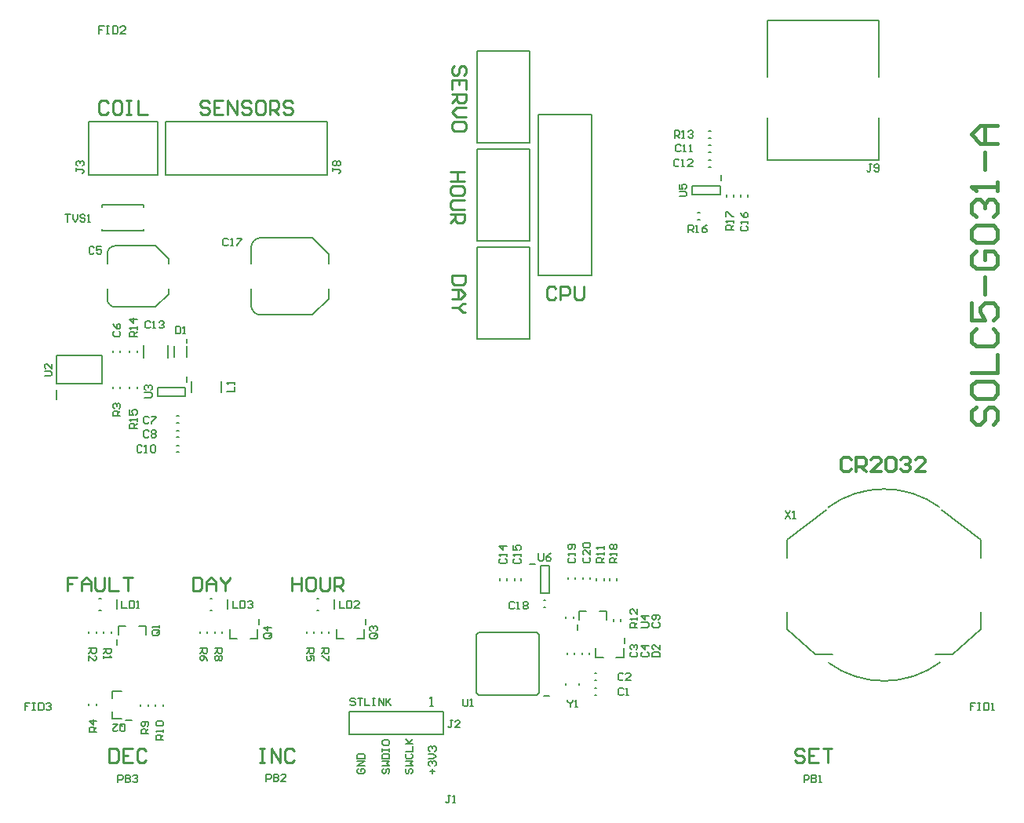
<source format=gto>
G04*
G04 #@! TF.GenerationSoftware,Altium Limited,Altium Designer,20.1.12 (249)*
G04*
G04 Layer_Color=15132400*
%FSLAX25Y25*%
%MOIN*%
G70*
G04*
G04 #@! TF.SameCoordinates,A01A24DB-8456-4819-8E0F-2EBA4B08BD15*
G04*
G04*
G04 #@! TF.FilePolarity,Positive*
G04*
G01*
G75*
%ADD10C,0.00787*%
%ADD11C,0.01181*%
%ADD12C,0.01772*%
%ADD13C,0.00591*%
%ADD14C,0.00984*%
D10*
X399908Y140988D02*
G03*
X352593Y140801I-23530J-32366D01*
G01*
X352848Y74760D02*
G03*
X400162Y74947I23530J32366D01*
G01*
X49789Y251969D02*
G03*
X46457Y248636I0J-3332D01*
G01*
X46457Y229317D02*
G03*
X49789Y225984I3332J0D01*
G01*
X107480Y226772D02*
G03*
X111683Y222569I4203J0D01*
G01*
Y255384D02*
G03*
X107480Y251181I0J-4203D01*
G01*
X229528Y239370D02*
Y307874D01*
X252166D01*
Y239370D02*
Y307874D01*
X229528Y239370D02*
X252166D01*
X204331Y87795D02*
X228740D01*
X229921Y86614D01*
X203150Y62205D02*
X204331Y61024D01*
X228740D01*
X203150Y62205D02*
Y86614D01*
X229921Y62205D02*
Y86614D01*
X203150D02*
X204331Y87795D01*
X228740Y61024D02*
X229921Y62205D01*
X231889Y60827D02*
X234251D01*
X297244Y262992D02*
X298031D01*
X297244Y266141D02*
X298031D01*
X374016Y323622D02*
Y347638D01*
Y288543D02*
Y306299D01*
X326772Y288543D02*
Y306299D01*
Y288543D02*
X374016D01*
X326772Y323622D02*
Y347638D01*
X374016D01*
X335173Y126982D02*
X352004Y139862D01*
X400826Y139805D02*
X417583Y126982D01*
X398091Y78441D02*
X405610Y78445D01*
X417583Y89035D01*
Y96299D01*
Y119449D02*
Y126982D01*
X335173Y119449D02*
Y126976D01*
Y89035D02*
Y96299D01*
Y89035D02*
X347146Y78445D01*
X354665Y78441D01*
X149292Y54134D02*
X189292D01*
X149292Y44291D02*
X189292D01*
Y54134D01*
X149292Y44291D02*
Y54134D01*
X225787Y116732D02*
X228150D01*
X230512Y116142D02*
X234055D01*
X230512Y104331D02*
X234055D01*
X230512D02*
Y116142D01*
X234055Y104331D02*
Y116142D01*
X51969Y191338D02*
Y192126D01*
X48819Y191338D02*
Y192126D01*
X51870Y206693D02*
Y207480D01*
X48918Y206693D02*
Y207480D01*
X59055Y191339D02*
Y192126D01*
X55905Y191339D02*
Y192126D01*
X59055Y206693D02*
Y207481D01*
X55905Y206693D02*
Y207481D01*
X75984Y170571D02*
X76772D01*
X75984Y173524D02*
X76772D01*
X75984Y164272D02*
X76772D01*
X75984Y167225D02*
X76772D01*
X75984Y179823D02*
X76772D01*
X75984Y176870D02*
X76772D01*
X75001Y204724D02*
Y209449D01*
X80119Y204724D02*
Y209449D01*
X80315Y210630D02*
Y212402D01*
X94882Y189764D02*
Y194489D01*
X82284Y189764D02*
Y194488D01*
X48425Y59646D02*
Y62795D01*
X52362D01*
X48425Y50984D02*
Y54134D01*
Y50984D02*
X52362D01*
X54331Y50394D02*
X56693D01*
X24804Y186752D02*
Y190689D01*
X24961Y193350D02*
X44331D01*
X24961Y205350D02*
X44331D01*
X24961Y193350D02*
Y205350D01*
X44331Y193350D02*
Y205350D01*
X72047Y204331D02*
Y209842D01*
X61811Y204331D02*
Y209842D01*
X80118Y194094D02*
Y196457D01*
X79527Y188189D02*
Y191732D01*
X67716Y188189D02*
Y191732D01*
X79527D01*
X67716Y188189D02*
X79527D01*
X70078Y56299D02*
Y57087D01*
X66929Y56299D02*
Y57087D01*
X60630Y56299D02*
Y57086D01*
X63780Y56299D02*
Y57086D01*
X41732Y56693D02*
Y57481D01*
X38582Y56693D02*
Y57481D01*
X231890Y98523D02*
X232677D01*
X231890Y101476D02*
X232677D01*
X262992Y109843D02*
Y110630D01*
X259842Y109843D02*
Y110630D01*
X251476Y110236D02*
Y111024D01*
X248523Y110236D02*
Y111024D01*
X245177Y110236D02*
Y111024D01*
X242224Y110236D02*
Y111024D01*
X222342Y109843D02*
Y110630D01*
X219389Y109843D02*
Y110630D01*
X216043Y109843D02*
Y110630D01*
X213090Y109843D02*
Y110630D01*
X246260Y88583D02*
Y90945D01*
X246850Y92913D02*
Y96850D01*
X250000D01*
X258661Y92913D02*
Y96850D01*
X255512D02*
X258661D01*
X241339Y93701D02*
Y94488D01*
X244489Y93701D02*
Y94488D01*
X257480Y109843D02*
Y110630D01*
X254330Y109843D02*
Y110630D01*
X261516Y92519D02*
Y93307D01*
X264469Y92519D02*
Y93307D01*
X253937Y77165D02*
X257087D01*
X253937D02*
Y81102D01*
X262599Y77165D02*
X265748D01*
Y81102D01*
X266339Y83071D02*
Y85433D01*
X241831Y78346D02*
Y79134D01*
X244784Y78346D02*
Y79134D01*
X248130Y78346D02*
Y79134D01*
X251083Y78346D02*
Y79134D01*
X253543Y70374D02*
X254330D01*
X253543Y67421D02*
X254330D01*
X253543Y64074D02*
X254330D01*
X253543Y61122D02*
X254330D01*
X241339Y65354D02*
Y66142D01*
X246850Y65354D02*
Y66142D01*
X42914Y97146D02*
X43701D01*
X42914Y102067D02*
X43701D01*
X50394Y97638D02*
Y101575D01*
X90158Y97145D02*
X90945D01*
X90158Y102067D02*
X90945D01*
X97638Y97638D02*
Y101575D01*
X135433Y97146D02*
X136221D01*
X135433Y102067D02*
X136221D01*
X142913Y97638D02*
Y101575D01*
X38583Y87401D02*
Y88189D01*
X41733Y87401D02*
Y88189D01*
X44882Y87401D02*
Y88189D01*
X48032Y87401D02*
Y88189D01*
X59842Y90551D02*
X62992D01*
Y86614D02*
Y90551D01*
X51181D02*
X54331D01*
X51181Y86614D02*
Y90551D01*
X50591Y82284D02*
Y84646D01*
X92126Y87401D02*
Y88189D01*
X95276Y87401D02*
Y88189D01*
X85827Y87401D02*
Y88189D01*
X88977Y87401D02*
Y88189D01*
X98425Y85039D02*
X101575D01*
X98425D02*
Y88976D01*
X107087Y85039D02*
X110236D01*
Y88976D01*
X110827Y90945D02*
Y93307D01*
X137402Y87401D02*
Y88189D01*
X140551Y87401D02*
Y88189D01*
X131103Y87401D02*
Y88189D01*
X134252Y87401D02*
Y88189D01*
X143701Y85039D02*
X146851D01*
X143701D02*
Y88976D01*
X152362Y85039D02*
X155512D01*
Y88976D01*
X156102Y90945D02*
Y93307D01*
X72441Y244291D02*
Y246457D01*
X66929Y251969D02*
X72441Y246457D01*
X66929Y225984D02*
X72441Y231496D01*
Y233858D01*
X49789Y251969D02*
X66929D01*
X46457Y244291D02*
Y248636D01*
X46457Y229317D02*
Y233661D01*
X49789Y225984D02*
X66929D01*
X71260Y282086D02*
Y304724D01*
Y282086D02*
X139764D01*
Y304724D01*
X71260D02*
X139764D01*
X140551Y244291D02*
Y248425D01*
X133592Y255384D02*
X140551Y248425D01*
X133592Y222569D02*
X140551Y229528D01*
Y233661D01*
X111683Y222569D02*
X133592D01*
X107480Y226772D02*
Y233661D01*
X111683Y255384D02*
X133592D01*
X107480Y244291D02*
Y251181D01*
X38583Y282086D02*
Y304724D01*
Y282086D02*
X67716D01*
Y304724D01*
X38583D02*
X67716D01*
X62008Y258268D02*
Y259055D01*
X44291Y258268D02*
Y259055D01*
X62008Y268504D02*
Y269291D01*
X44291Y268504D02*
Y269291D01*
Y258268D02*
X62008D01*
X44291Y269291D02*
X62008D01*
X309548Y272834D02*
Y273622D01*
X312500Y272834D02*
Y273622D01*
X315355Y272834D02*
Y273622D01*
X318504Y272834D02*
Y273622D01*
X301969Y297638D02*
X302756D01*
X301969Y300788D02*
X302756D01*
X301969Y291831D02*
X302756D01*
X301969Y294784D02*
X302756D01*
X301969Y285532D02*
X302756D01*
X301969Y288485D02*
X302756D01*
X294882Y273819D02*
X306693D01*
X294882Y277362D02*
X306693D01*
X294882Y273819D02*
Y277362D01*
X306693Y273819D02*
Y277362D01*
X307283Y279724D02*
Y282086D01*
X225984Y212401D02*
Y251378D01*
X203346Y212401D02*
X225984D01*
X203346D02*
Y251378D01*
X225984D01*
X225984Y254134D02*
Y293110D01*
X203346Y254134D02*
X225984D01*
X203346D02*
Y293110D01*
X225984D01*
X203346Y334842D02*
X225984D01*
X203346Y295866D02*
Y334842D01*
Y295866D02*
X225984D01*
Y334842D01*
D11*
X362466Y161153D02*
X361416Y162203D01*
X359317D01*
X358268Y161153D01*
Y156955D01*
X359317Y155905D01*
X361416D01*
X362466Y156955D01*
X364565Y155905D02*
Y162203D01*
X367713D01*
X368763Y161153D01*
Y159054D01*
X367713Y158005D01*
X364565D01*
X366664D02*
X368763Y155905D01*
X375060D02*
X370862D01*
X375060Y160104D01*
Y161153D01*
X374011Y162203D01*
X371912D01*
X370862Y161153D01*
X377159D02*
X378209Y162203D01*
X380308D01*
X381357Y161153D01*
Y156955D01*
X380308Y155905D01*
X378209D01*
X377159Y156955D01*
Y161153D01*
X383456D02*
X384506Y162203D01*
X386605D01*
X387654Y161153D01*
Y160104D01*
X386605Y159054D01*
X385556D01*
X386605D01*
X387654Y158005D01*
Y156955D01*
X386605Y155905D01*
X384506D01*
X383456Y156955D01*
X393952Y155905D02*
X389754D01*
X393952Y160104D01*
Y161153D01*
X392902Y162203D01*
X390803D01*
X389754Y161153D01*
D12*
X415423Y183528D02*
X413586Y181691D01*
Y178018D01*
X415423Y176181D01*
X417260D01*
X419096Y178018D01*
Y181691D01*
X420933Y183528D01*
X422770D01*
X424606Y181691D01*
Y178018D01*
X422770Y176181D01*
X413586Y192711D02*
Y189038D01*
X415423Y187201D01*
X422770D01*
X424606Y189038D01*
Y192711D01*
X422770Y194548D01*
X415423D01*
X413586Y192711D01*
Y198221D02*
X424606D01*
Y205568D01*
X415423Y216588D02*
X413586Y214751D01*
Y211078D01*
X415423Y209241D01*
X422770D01*
X424606Y211078D01*
Y214751D01*
X422770Y216588D01*
X413586Y227608D02*
Y220261D01*
X419096D01*
X417260Y223935D01*
Y225771D01*
X419096Y227608D01*
X422770D01*
X424606Y225771D01*
Y222098D01*
X422770Y220261D01*
X419096Y231281D02*
Y238628D01*
X415423Y249648D02*
X413586Y247812D01*
Y244138D01*
X415423Y242302D01*
X422770D01*
X424606Y244138D01*
Y247812D01*
X422770Y249648D01*
X419096D01*
Y245975D01*
X415423Y253322D02*
X413586Y255158D01*
Y258832D01*
X415423Y260668D01*
X422770D01*
X424606Y258832D01*
Y255158D01*
X422770Y253322D01*
X415423D01*
Y264342D02*
X413586Y266178D01*
Y269852D01*
X415423Y271688D01*
X417260D01*
X419096Y269852D01*
Y268015D01*
Y269852D01*
X420933Y271688D01*
X422770D01*
X424606Y269852D01*
Y266178D01*
X422770Y264342D01*
X424606Y275362D02*
Y279035D01*
Y277198D01*
X413586D01*
X415423Y275362D01*
X419096Y284545D02*
Y291892D01*
X424606Y295565D02*
X417260D01*
X413586Y299238D01*
X417260Y302912D01*
X424606D01*
X419096D01*
Y295565D01*
D13*
X153085Y29855D02*
X152560Y29330D01*
Y28281D01*
X153085Y27756D01*
X155184D01*
X155709Y28281D01*
Y29330D01*
X155184Y29855D01*
X154134D01*
Y28805D01*
X155709Y30904D02*
X152560D01*
X155709Y33004D01*
X152560D01*
Y34053D02*
X155709D01*
Y35627D01*
X155184Y36152D01*
X153085D01*
X152560Y35627D01*
Y34053D01*
X184449Y27756D02*
Y29855D01*
X183400Y28805D02*
X185499D01*
X183400Y30904D02*
X182875Y31429D01*
Y32479D01*
X183400Y33004D01*
X183925D01*
X184449Y32479D01*
Y31954D01*
Y32479D01*
X184974Y33004D01*
X185499D01*
X186024Y32479D01*
Y31429D01*
X185499Y30904D01*
X182875Y34053D02*
X184974D01*
X186024Y35103D01*
X184974Y36152D01*
X182875D01*
X183400Y37202D02*
X182875Y37726D01*
Y38776D01*
X183400Y39301D01*
X183925D01*
X184449Y38776D01*
Y38251D01*
Y38776D01*
X184974Y39301D01*
X185499D01*
X186024Y38776D01*
Y37726D01*
X185499Y37202D01*
X173557Y29855D02*
X173032Y29330D01*
Y28281D01*
X173557Y27756D01*
X174082D01*
X174607Y28281D01*
Y29330D01*
X175132Y29855D01*
X175656D01*
X176181Y29330D01*
Y28281D01*
X175656Y27756D01*
X173032Y30904D02*
X176181D01*
X175132Y31954D01*
X176181Y33004D01*
X173032D01*
X173557Y36152D02*
X173032Y35627D01*
Y34578D01*
X173557Y34053D01*
X175656D01*
X176181Y34578D01*
Y35627D01*
X175656Y36152D01*
X173032Y37202D02*
X176181D01*
Y39301D01*
X173032Y40350D02*
X176181D01*
X175132D01*
X173032Y42449D01*
X174607Y40875D01*
X176181Y42449D01*
X163715Y29855D02*
X163190Y29330D01*
Y28281D01*
X163715Y27756D01*
X164240D01*
X164764Y28281D01*
Y29330D01*
X165289Y29855D01*
X165814D01*
X166339Y29330D01*
Y28281D01*
X165814Y27756D01*
X163190Y30904D02*
X166339D01*
X165289Y31954D01*
X166339Y33004D01*
X163190D01*
Y34053D02*
X166339D01*
Y35627D01*
X165814Y36152D01*
X163715D01*
X163190Y35627D01*
Y34053D01*
Y37202D02*
Y38251D01*
Y37726D01*
X166339D01*
Y37202D01*
Y38251D01*
X163190Y41400D02*
Y40350D01*
X163715Y39825D01*
X165814D01*
X166339Y40350D01*
Y41400D01*
X165814Y41925D01*
X163715D01*
X163190Y41400D01*
X183465Y56299D02*
X184776D01*
X184121D01*
Y60235D01*
X183465Y59579D01*
X219423Y100262D02*
X218898Y100787D01*
X217849D01*
X217324Y100262D01*
Y98163D01*
X217849Y97638D01*
X218898D01*
X219423Y98163D01*
X220473Y97638D02*
X221522D01*
X220998D01*
Y100787D01*
X220473Y100262D01*
X223096D02*
X223621Y100787D01*
X224671D01*
X225196Y100262D01*
Y99737D01*
X224671Y99213D01*
X225196Y98688D01*
Y98163D01*
X224671Y97638D01*
X223621D01*
X223096Y98163D01*
Y98688D01*
X223621Y99213D01*
X223096Y99737D01*
Y100262D01*
X223621Y99213D02*
X224671D01*
X289305Y288254D02*
X288780Y288779D01*
X287731D01*
X287206Y288254D01*
Y286155D01*
X287731Y285630D01*
X288780D01*
X289305Y286155D01*
X290355Y285630D02*
X291404D01*
X290879D01*
Y288779D01*
X290355Y288254D01*
X295077Y285630D02*
X292978D01*
X295077Y287730D01*
Y288254D01*
X294553Y288779D01*
X293503D01*
X292978Y288254D01*
X197507Y59448D02*
Y56824D01*
X198032Y56300D01*
X199082D01*
X199606Y56824D01*
Y59448D01*
X200656Y56300D02*
X201705D01*
X201181D01*
Y59448D01*
X200656Y58924D01*
X262992Y117324D02*
X259843D01*
Y118898D01*
X260368Y119423D01*
X261417D01*
X261942Y118898D01*
Y117324D01*
Y118374D02*
X262992Y119423D01*
Y120473D02*
Y121522D01*
Y120998D01*
X259843D01*
X260368Y120473D01*
Y123097D02*
X259843Y123621D01*
Y124671D01*
X260368Y125196D01*
X260893D01*
X261417Y124671D01*
X261942Y125196D01*
X262467D01*
X262992Y124671D01*
Y123621D01*
X262467Y123097D01*
X261942D01*
X261417Y123621D01*
X260893Y123097D01*
X260368D01*
X261417Y123621D02*
Y124671D01*
X271653Y89765D02*
X268504D01*
Y91339D01*
X269029Y91864D01*
X270079D01*
X270603Y91339D01*
Y89765D01*
Y90815D02*
X271653Y91864D01*
Y92914D02*
Y93963D01*
Y93438D01*
X268504D01*
X269029Y92914D01*
X271653Y97636D02*
Y95538D01*
X269554Y97636D01*
X269029D01*
X268504Y97112D01*
Y96062D01*
X269029Y95538D01*
X257480Y117455D02*
X254331D01*
Y119029D01*
X254856Y119554D01*
X255906D01*
X256430Y119029D01*
Y117455D01*
Y118505D02*
X257480Y119554D01*
Y120604D02*
Y121653D01*
Y121128D01*
X254331D01*
X254856Y120604D01*
X257480Y123228D02*
Y124277D01*
Y123752D01*
X254331D01*
X254856Y123228D01*
X131103Y80970D02*
X134251D01*
Y79396D01*
X133726Y78871D01*
X132677D01*
X132152Y79396D01*
Y80970D01*
Y79921D02*
X131103Y78871D01*
X134251Y75722D02*
Y77822D01*
X132677D01*
X133202Y76772D01*
Y76247D01*
X132677Y75722D01*
X131627D01*
X131103Y76247D01*
Y77297D01*
X131627Y77822D01*
X99739Y101181D02*
Y98032D01*
X101838D01*
X102887Y101181D02*
Y98032D01*
X104462D01*
X104987Y98557D01*
Y100656D01*
X104462Y101181D01*
X102887D01*
X106036Y100656D02*
X106561Y101181D01*
X107610D01*
X108135Y100656D01*
Y100131D01*
X107610Y99606D01*
X107086D01*
X107610D01*
X108135Y99081D01*
Y98557D01*
X107610Y98032D01*
X106561D01*
X106036Y98557D01*
X145015Y101181D02*
Y98032D01*
X147114D01*
X148163Y101181D02*
Y98032D01*
X149738D01*
X150262Y98557D01*
Y100656D01*
X149738Y101181D01*
X148163D01*
X153411Y98032D02*
X151312D01*
X153411Y100131D01*
Y100656D01*
X152886Y101181D01*
X151837D01*
X151312Y100656D01*
X242651Y119423D02*
X242126Y118898D01*
Y117849D01*
X242651Y117324D01*
X244750D01*
X245275Y117849D01*
Y118898D01*
X244750Y119423D01*
X245275Y120473D02*
Y121522D01*
Y120998D01*
X242126D01*
X242651Y120473D01*
X244750Y123097D02*
X245275Y123621D01*
Y124671D01*
X244750Y125196D01*
X242651D01*
X242126Y124671D01*
Y123621D01*
X242651Y123097D01*
X243176D01*
X243701Y123621D01*
Y125196D01*
X219423Y119029D02*
X218898Y118505D01*
Y117455D01*
X219423Y116930D01*
X221522D01*
X222047Y117455D01*
Y118505D01*
X221522Y119029D01*
X222047Y120079D02*
Y121128D01*
Y120604D01*
X218898D01*
X219423Y120079D01*
X218898Y124802D02*
Y122703D01*
X220472D01*
X219948Y123752D01*
Y124277D01*
X220472Y124802D01*
X221522D01*
X222047Y124277D01*
Y123228D01*
X221522Y122703D01*
X64042Y173097D02*
X63517Y173621D01*
X62468D01*
X61943Y173097D01*
Y170998D01*
X62468Y170473D01*
X63517D01*
X64042Y170998D01*
X65092Y173097D02*
X65617Y173621D01*
X66666D01*
X67191Y173097D01*
Y172572D01*
X66666Y172047D01*
X67191Y171522D01*
Y170998D01*
X66666Y170473D01*
X65617D01*
X65092Y170998D01*
Y171522D01*
X65617Y172047D01*
X65092Y172572D01*
Y173097D01*
X65617Y172047D02*
X66666D01*
X241995Y59055D02*
Y58530D01*
X243045Y57480D01*
X244094Y58530D01*
Y59055D01*
X243045Y57480D02*
Y55906D01*
X245144D02*
X246194D01*
X245669D01*
Y59055D01*
X245144Y58530D01*
X334515Y139370D02*
X336614Y136221D01*
Y139370D02*
X334515Y136221D01*
X337664D02*
X338713D01*
X338189D01*
Y139370D01*
X337664Y138845D01*
X273229Y89896D02*
X275853D01*
X276377Y90421D01*
Y91470D01*
X275853Y91995D01*
X273229D01*
X276377Y94619D02*
X273229D01*
X274803Y93045D01*
Y95144D01*
X229660Y121259D02*
Y118635D01*
X230184Y118111D01*
X231234D01*
X231759Y118635D01*
Y121259D01*
X234907D02*
X233858Y120735D01*
X232808Y119685D01*
Y118635D01*
X233333Y118111D01*
X234383D01*
X234907Y118635D01*
Y119160D01*
X234383Y119685D01*
X232808D01*
X289371Y272967D02*
X291994D01*
X292519Y273492D01*
Y274541D01*
X291994Y275066D01*
X289371D01*
Y278214D02*
Y276115D01*
X290945D01*
X290420Y277165D01*
Y277690D01*
X290945Y278214D01*
X291994D01*
X292519Y277690D01*
Y276640D01*
X291994Y276115D01*
X62205Y187534D02*
X64829D01*
X65354Y188058D01*
Y189108D01*
X64829Y189633D01*
X62205D01*
X62730Y190682D02*
X62205Y191207D01*
Y192256D01*
X62730Y192781D01*
X63255D01*
X63779Y192256D01*
Y191732D01*
Y192256D01*
X64304Y192781D01*
X64829D01*
X65354Y192256D01*
Y191207D01*
X64829Y190682D01*
X19685Y196589D02*
X22309D01*
X22834Y197114D01*
Y198163D01*
X22309Y198688D01*
X19685D01*
X22834Y201836D02*
Y199737D01*
X20735Y201836D01*
X20210D01*
X19685Y201312D01*
Y200262D01*
X20210Y199737D01*
X28611Y265354D02*
X30710D01*
X29660D01*
Y262205D01*
X31759Y265354D02*
Y263255D01*
X32809Y262205D01*
X33858Y263255D01*
Y265354D01*
X37007Y264829D02*
X36482Y265354D01*
X35433D01*
X34908Y264829D01*
Y264304D01*
X35433Y263779D01*
X36482D01*
X37007Y263255D01*
Y262730D01*
X36482Y262205D01*
X35433D01*
X34908Y262730D01*
X38056Y262205D02*
X39106D01*
X38581D01*
Y265354D01*
X38056Y264829D01*
X312401Y258663D02*
X309252D01*
Y260237D01*
X309777Y260762D01*
X310827D01*
X311351Y260237D01*
Y258663D01*
Y259712D02*
X312401Y260762D01*
Y261811D02*
Y262861D01*
Y262336D01*
X309252D01*
X309777Y261811D01*
X309252Y264435D02*
Y266534D01*
X309777D01*
X311876Y264435D01*
X312401D01*
X293308Y257678D02*
Y260826D01*
X294883D01*
X295407Y260301D01*
Y259252D01*
X294883Y258727D01*
X293308D01*
X294358D02*
X295407Y257678D01*
X296457D02*
X297506D01*
X296982D01*
Y260826D01*
X296457Y260301D01*
X301180Y260826D02*
X300130Y260301D01*
X299081Y259252D01*
Y258202D01*
X299605Y257678D01*
X300655D01*
X301180Y258202D01*
Y258727D01*
X300655Y259252D01*
X299081D01*
X59055Y174411D02*
X55906D01*
Y175985D01*
X56431Y176510D01*
X57480D01*
X58005Y175985D01*
Y174411D01*
Y175460D02*
X59055Y176510D01*
Y177559D02*
Y178609D01*
Y178084D01*
X55906D01*
X56431Y177559D01*
X55906Y182282D02*
Y180183D01*
X57480D01*
X56955Y181233D01*
Y181757D01*
X57480Y182282D01*
X58530D01*
X59055Y181757D01*
Y180708D01*
X58530Y180183D01*
X59055Y213387D02*
X55906D01*
Y214961D01*
X56431Y215486D01*
X57480D01*
X58005Y214961D01*
Y213387D01*
Y214437D02*
X59055Y215486D01*
Y216536D02*
Y217585D01*
Y217060D01*
X55906D01*
X56431Y216536D01*
X59055Y220734D02*
X55906D01*
X57480Y219160D01*
Y221259D01*
X287403Y297835D02*
Y300984D01*
X288977D01*
X289502Y300459D01*
Y299410D01*
X288977Y298885D01*
X287403D01*
X288452D02*
X289502Y297835D01*
X290551D02*
X291601D01*
X291076D01*
Y300984D01*
X290551Y300459D01*
X293175D02*
X293700Y300984D01*
X294750D01*
X295274Y300459D01*
Y299934D01*
X294750Y299410D01*
X294225D01*
X294750D01*
X295274Y298885D01*
Y298360D01*
X294750Y297835D01*
X293700D01*
X293175Y298360D01*
X70275Y42127D02*
X67127D01*
Y43702D01*
X67651Y44226D01*
X68701D01*
X69226Y43702D01*
Y42127D01*
Y43177D02*
X70275Y44226D01*
Y45276D02*
Y46325D01*
Y45801D01*
X67127D01*
X67651Y45276D01*
Y47900D02*
X67127Y48425D01*
Y49474D01*
X67651Y49999D01*
X69750D01*
X70275Y49474D01*
Y48425D01*
X69750Y47900D01*
X67651D01*
X63976Y44620D02*
X60827D01*
Y46195D01*
X61352Y46719D01*
X62402D01*
X62926Y46195D01*
Y44620D01*
Y45670D02*
X63976Y46719D01*
X63451Y47769D02*
X63976Y48294D01*
Y49343D01*
X63451Y49868D01*
X61352D01*
X60827Y49343D01*
Y48294D01*
X61352Y47769D01*
X61877D01*
X62402Y48294D01*
Y49868D01*
X41929Y45408D02*
X38780D01*
Y46982D01*
X39305Y47507D01*
X40354D01*
X40879Y46982D01*
Y45408D01*
Y46457D02*
X41929Y47507D01*
Y50131D02*
X38780D01*
X40354Y48556D01*
Y50655D01*
X92127Y80970D02*
X95275D01*
Y79396D01*
X94750Y78871D01*
X93701D01*
X93176Y79396D01*
Y80970D01*
Y79921D02*
X92127Y78871D01*
X94750Y77822D02*
X95275Y77297D01*
Y76247D01*
X94750Y75723D01*
X94226D01*
X93701Y76247D01*
X93176Y75723D01*
X92651D01*
X92127Y76247D01*
Y77297D01*
X92651Y77822D01*
X93176D01*
X93701Y77297D01*
X94226Y77822D01*
X94750D01*
X93701Y77297D02*
Y76247D01*
X137402Y80970D02*
X140550D01*
Y79396D01*
X140026Y78871D01*
X138976D01*
X138451Y79396D01*
Y80970D01*
Y79921D02*
X137402Y78871D01*
X140550Y77822D02*
Y75722D01*
X140026D01*
X137926Y77822D01*
X137402D01*
X85827Y80970D02*
X88976D01*
Y79396D01*
X88451Y78871D01*
X87402D01*
X86877Y79396D01*
Y80970D01*
Y79921D02*
X85827Y78871D01*
X88976Y75723D02*
X88451Y76772D01*
X87402Y77822D01*
X86352D01*
X85827Y77297D01*
Y76247D01*
X86352Y75723D01*
X86877D01*
X87402Y76247D01*
Y77822D01*
X51968Y179660D02*
X48819D01*
Y181234D01*
X49344Y181759D01*
X50394D01*
X50919Y181234D01*
Y179660D01*
Y180709D02*
X51968Y181759D01*
X49344Y182808D02*
X48819Y183333D01*
Y184382D01*
X49344Y184907D01*
X49869D01*
X50394Y184382D01*
Y183858D01*
Y184382D01*
X50919Y184907D01*
X51443D01*
X51968Y184382D01*
Y183333D01*
X51443Y182808D01*
X38583Y80970D02*
X41732D01*
Y79396D01*
X41207Y78871D01*
X40157D01*
X39633Y79396D01*
Y80970D01*
Y79921D02*
X38583Y78871D01*
Y75723D02*
Y77822D01*
X40682Y75723D01*
X41207D01*
X41732Y76247D01*
Y77297D01*
X41207Y77822D01*
X44882Y80839D02*
X48031D01*
Y79265D01*
X47506Y78740D01*
X46457D01*
X45932Y79265D01*
Y80839D01*
Y79790D02*
X44882Y78740D01*
Y77691D02*
Y76641D01*
Y77166D01*
X48031D01*
X47506Y77691D01*
X115617Y87270D02*
X113517D01*
X112993Y86746D01*
Y85696D01*
X113517Y85172D01*
X115617D01*
X116141Y85696D01*
Y86746D01*
X115092Y86221D02*
X116141Y87270D01*
Y86746D02*
X115617Y87270D01*
X116141Y89894D02*
X112993D01*
X114567Y88320D01*
Y90419D01*
X160498Y87270D02*
X158399D01*
X157875Y86746D01*
Y85696D01*
X158399Y85172D01*
X160498D01*
X161023Y85696D01*
Y86746D01*
X159974Y86221D02*
X161023Y87270D01*
Y86746D02*
X160498Y87270D01*
X158399Y88320D02*
X157875Y88845D01*
Y89894D01*
X158399Y90419D01*
X158924D01*
X159449Y89894D01*
Y89370D01*
Y89894D01*
X159974Y90419D01*
X160498D01*
X161023Y89894D01*
Y88845D01*
X160498Y88320D01*
X51903Y48294D02*
Y46195D01*
X52428Y45670D01*
X53477D01*
X54002Y46195D01*
Y48294D01*
X53477Y48818D01*
X52428D01*
X52952Y47769D02*
X51903Y48818D01*
X52428D02*
X51903Y48294D01*
X48754Y48818D02*
X50853D01*
X48754Y46719D01*
Y46195D01*
X49279Y45670D01*
X50328D01*
X50853Y46195D01*
X67979Y88583D02*
X65880D01*
X65355Y88058D01*
Y87008D01*
X65880Y86484D01*
X67979D01*
X68503Y87008D01*
Y88058D01*
X67454Y87533D02*
X68503Y88583D01*
Y88058D02*
X67979Y88583D01*
X68503Y89632D02*
Y90682D01*
Y90157D01*
X65355D01*
X65880Y89632D01*
X50920Y24016D02*
Y27165D01*
X52494D01*
X53019Y26640D01*
Y25591D01*
X52494Y25066D01*
X50920D01*
X54069Y27165D02*
Y24016D01*
X55643D01*
X56168Y24541D01*
Y25066D01*
X55643Y25591D01*
X54069D01*
X55643D01*
X56168Y26115D01*
Y26640D01*
X55643Y27165D01*
X54069D01*
X57217Y26640D02*
X57742Y27165D01*
X58792D01*
X59316Y26640D01*
Y26115D01*
X58792Y25591D01*
X58267D01*
X58792D01*
X59316Y25066D01*
Y24541D01*
X58792Y24016D01*
X57742D01*
X57217Y24541D01*
X113912Y24410D02*
Y27559D01*
X115486D01*
X116011Y27034D01*
Y25984D01*
X115486Y25460D01*
X113912D01*
X117061Y27559D02*
Y24410D01*
X118635D01*
X119160Y24935D01*
Y25460D01*
X118635Y25984D01*
X117061D01*
X118635D01*
X119160Y26509D01*
Y27034D01*
X118635Y27559D01*
X117061D01*
X122308Y24410D02*
X120209D01*
X122308Y26509D01*
Y27034D01*
X121784Y27559D01*
X120734D01*
X120209Y27034D01*
X342390Y24016D02*
Y27165D01*
X343964D01*
X344489Y26640D01*
Y25591D01*
X343964Y25066D01*
X342390D01*
X345538Y27165D02*
Y24016D01*
X347112D01*
X347637Y24541D01*
Y25066D01*
X347112Y25591D01*
X345538D01*
X347112D01*
X347637Y26115D01*
Y26640D01*
X347112Y27165D01*
X345538D01*
X348687Y24016D02*
X349736D01*
X349212D01*
Y27165D01*
X348687Y26640D01*
X52626Y101181D02*
Y98032D01*
X54725D01*
X55774Y101181D02*
Y98032D01*
X57349D01*
X57873Y98557D01*
Y100656D01*
X57349Y101181D01*
X55774D01*
X58923Y98032D02*
X59973D01*
X59448D01*
Y101181D01*
X58923Y100656D01*
X97245Y190027D02*
X100393D01*
Y192126D01*
Y193175D02*
Y194225D01*
Y193700D01*
X97245D01*
X97769Y193175D01*
X371129Y286614D02*
X370079D01*
X370604D01*
Y283990D01*
X370079Y283465D01*
X369554D01*
X369030Y283990D01*
X372178D02*
X372703Y283465D01*
X373753D01*
X374277Y283990D01*
Y286089D01*
X373753Y286614D01*
X372703D01*
X372178Y286089D01*
Y285564D01*
X372703Y285039D01*
X374277D01*
X142323Y284908D02*
Y283859D01*
Y284384D01*
X144947D01*
X145472Y283859D01*
Y283334D01*
X144947Y282809D01*
X142848Y285958D02*
X142323Y286483D01*
Y287532D01*
X142848Y288057D01*
X143373D01*
X143898Y287532D01*
X144422Y288057D01*
X144947D01*
X145472Y287532D01*
Y286483D01*
X144947Y285958D01*
X144422D01*
X143898Y286483D01*
X143373Y285958D01*
X142848D01*
X143898Y286483D02*
Y287532D01*
X33268Y284908D02*
Y283859D01*
Y284384D01*
X35892D01*
X36417Y283859D01*
Y283334D01*
X35892Y282809D01*
X33793Y285958D02*
X33268Y286483D01*
Y287532D01*
X33793Y288057D01*
X34318D01*
X34843Y287532D01*
Y287007D01*
Y287532D01*
X35367Y288057D01*
X35892D01*
X36417Y287532D01*
Y286483D01*
X35892Y285958D01*
X193176Y50393D02*
X192127D01*
X192651D01*
Y47769D01*
X192127Y47245D01*
X191602D01*
X191077Y47769D01*
X196325Y47245D02*
X194226D01*
X196325Y49344D01*
Y49868D01*
X195800Y50393D01*
X194750D01*
X194226Y49868D01*
X151708Y59317D02*
X151183Y59842D01*
X150134D01*
X149609Y59317D01*
Y58793D01*
X150134Y58268D01*
X151183D01*
X151708Y57743D01*
Y57218D01*
X151183Y56693D01*
X150134D01*
X149609Y57218D01*
X152758Y59842D02*
X154857D01*
X153807D01*
Y56693D01*
X155906Y59842D02*
Y56693D01*
X158005D01*
X159055Y59842D02*
X160104D01*
X159580D01*
Y56693D01*
X159055D01*
X160104D01*
X161679D02*
Y59842D01*
X163778Y56693D01*
Y59842D01*
X164827D02*
Y56693D01*
Y57743D01*
X166926Y59842D01*
X165352Y58268D01*
X166926Y56693D01*
X192126Y18503D02*
X191076D01*
X191601D01*
Y15880D01*
X191076Y15355D01*
X190552D01*
X190027Y15880D01*
X193175Y15355D02*
X194225D01*
X193700D01*
Y18503D01*
X193175Y17979D01*
X13598Y57848D02*
X11499D01*
Y56274D01*
X12549D01*
X11499D01*
Y54699D01*
X14648Y57848D02*
X15697D01*
X15173D01*
Y54699D01*
X14648D01*
X15697D01*
X17272Y57848D02*
Y54699D01*
X18846D01*
X19371Y55224D01*
Y57323D01*
X18846Y57848D01*
X17272D01*
X20420Y57323D02*
X20945Y57848D01*
X21994D01*
X22519Y57323D01*
Y56798D01*
X21994Y56274D01*
X21470D01*
X21994D01*
X22519Y55749D01*
Y55224D01*
X21994Y54699D01*
X20945D01*
X20420Y55224D01*
X45098Y345248D02*
X42999D01*
Y343673D01*
X44049D01*
X42999D01*
Y342099D01*
X46148Y345248D02*
X47197D01*
X46673D01*
Y342099D01*
X46148D01*
X47197D01*
X48772Y345248D02*
Y342099D01*
X50346D01*
X50871Y342624D01*
Y344723D01*
X50346Y345248D01*
X48772D01*
X54019Y342099D02*
X51920D01*
X54019Y344198D01*
Y344723D01*
X53495Y345248D01*
X52445D01*
X51920Y344723D01*
X415198Y57848D02*
X413099D01*
Y56274D01*
X414149D01*
X413099D01*
Y54699D01*
X416248Y57848D02*
X417297D01*
X416773D01*
Y54699D01*
X416248D01*
X417297D01*
X418872Y57848D02*
Y54699D01*
X420446D01*
X420971Y55224D01*
Y57323D01*
X420446Y57848D01*
X418872D01*
X422020Y54699D02*
X423070D01*
X422545D01*
Y57848D01*
X422020Y57323D01*
X75460Y217716D02*
Y214567D01*
X77034D01*
X77559Y215092D01*
Y217191D01*
X77034Y217716D01*
X75460D01*
X78609Y214567D02*
X79658D01*
X79133D01*
Y217716D01*
X78609Y217191D01*
X277953Y77297D02*
X281102D01*
Y78872D01*
X280577Y79396D01*
X278478D01*
X277953Y78872D01*
Y77297D01*
X281102Y82545D02*
Y80446D01*
X279003Y82545D01*
X278478D01*
X277953Y82020D01*
Y80971D01*
X278478Y80446D01*
X248951Y119554D02*
X248426Y119030D01*
Y117980D01*
X248951Y117455D01*
X251049D01*
X251574Y117980D01*
Y119030D01*
X251049Y119554D01*
X251574Y122703D02*
Y120604D01*
X249475Y122703D01*
X248951D01*
X248426Y122178D01*
Y121129D01*
X248951Y120604D01*
Y123753D02*
X248426Y124277D01*
Y125327D01*
X248951Y125852D01*
X251049D01*
X251574Y125327D01*
Y124277D01*
X251049Y123753D01*
X248951D01*
X97770Y254593D02*
X97245Y255118D01*
X96195D01*
X95671Y254593D01*
Y252494D01*
X96195Y251969D01*
X97245D01*
X97770Y252494D01*
X98819Y251969D02*
X99869D01*
X99344D01*
Y255118D01*
X98819Y254593D01*
X101443Y255118D02*
X103542D01*
Y254593D01*
X101443Y252494D01*
Y251969D01*
X278478Y91995D02*
X277953Y91470D01*
Y90421D01*
X278478Y89896D01*
X280577D01*
X281102Y90421D01*
Y91470D01*
X280577Y91995D01*
Y93045D02*
X281102Y93569D01*
Y94619D01*
X280577Y95144D01*
X278478D01*
X277953Y94619D01*
Y93569D01*
X278478Y93045D01*
X279003D01*
X279528Y93569D01*
Y95144D01*
X213517Y119029D02*
X212993Y118505D01*
Y117455D01*
X213517Y116930D01*
X215616D01*
X216141Y117455D01*
Y118505D01*
X215616Y119029D01*
X216141Y120079D02*
Y121128D01*
Y120604D01*
X212993D01*
X213517Y120079D01*
X216141Y124277D02*
X212993D01*
X214567Y122703D01*
Y124802D01*
X315880Y260368D02*
X315355Y259843D01*
Y258794D01*
X315880Y258269D01*
X317979D01*
X318503Y258794D01*
Y259843D01*
X317979Y260368D01*
X318503Y261418D02*
Y262467D01*
Y261942D01*
X315355D01*
X315880Y261418D01*
X315355Y266141D02*
X315880Y265091D01*
X316929Y264041D01*
X317979D01*
X318503Y264566D01*
Y265616D01*
X317979Y266141D01*
X317454D01*
X316929Y265616D01*
Y264041D01*
X64699Y219553D02*
X64174Y220078D01*
X63125D01*
X62600Y219553D01*
Y217454D01*
X63125Y216930D01*
X64174D01*
X64699Y217454D01*
X65748Y216930D02*
X66798D01*
X66273D01*
Y220078D01*
X65748Y219553D01*
X68372D02*
X68897Y220078D01*
X69946D01*
X70471Y219553D01*
Y219029D01*
X69946Y218504D01*
X69422D01*
X69946D01*
X70471Y217979D01*
Y217454D01*
X69946Y216930D01*
X68897D01*
X68372Y217454D01*
X290027Y294553D02*
X289502Y295078D01*
X288452D01*
X287928Y294553D01*
Y292454D01*
X288452Y291930D01*
X289502D01*
X290027Y292454D01*
X291076Y291930D02*
X292126D01*
X291601D01*
Y295078D01*
X291076Y294553D01*
X293700Y291930D02*
X294750D01*
X294225D01*
Y295078D01*
X293700Y294553D01*
X61155Y166798D02*
X60631Y167322D01*
X59581D01*
X59056Y166798D01*
Y164699D01*
X59581Y164174D01*
X60631D01*
X61155Y164699D01*
X62205Y164174D02*
X63254D01*
X62730D01*
Y167322D01*
X62205Y166798D01*
X64829D02*
X65354Y167322D01*
X66403D01*
X66928Y166798D01*
Y164699D01*
X66403Y164174D01*
X65354D01*
X64829Y164699D01*
Y166798D01*
X64042Y179002D02*
X63517Y179527D01*
X62468D01*
X61943Y179002D01*
Y176903D01*
X62468Y176379D01*
X63517D01*
X64042Y176903D01*
X65092Y179527D02*
X67191D01*
Y179002D01*
X65092Y176903D01*
Y176379D01*
X49344Y215617D02*
X48819Y215092D01*
Y214043D01*
X49344Y213518D01*
X51443D01*
X51968Y214043D01*
Y215092D01*
X51443Y215617D01*
X48819Y218766D02*
X49344Y217716D01*
X50394Y216667D01*
X51443D01*
X51968Y217191D01*
Y218241D01*
X51443Y218766D01*
X50919D01*
X50394Y218241D01*
Y216667D01*
X40814Y251049D02*
X40289Y251574D01*
X39239D01*
X38715Y251049D01*
Y248951D01*
X39239Y248426D01*
X40289D01*
X40814Y248951D01*
X43962Y251574D02*
X41863D01*
Y250000D01*
X42913Y250525D01*
X43438D01*
X43962Y250000D01*
Y248951D01*
X43438Y248426D01*
X42388D01*
X41863Y248951D01*
X273754Y79396D02*
X273229Y78872D01*
Y77822D01*
X273754Y77297D01*
X275853D01*
X276377Y77822D01*
Y78872D01*
X275853Y79396D01*
X276377Y82020D02*
X273229D01*
X274803Y80446D01*
Y82545D01*
X269029Y79396D02*
X268504Y78872D01*
Y77822D01*
X269029Y77297D01*
X271128D01*
X271653Y77822D01*
Y78872D01*
X271128Y79396D01*
X269029Y80446D02*
X268504Y80971D01*
Y82020D01*
X269029Y82545D01*
X269554D01*
X270079Y82020D01*
Y81496D01*
Y82020D01*
X270603Y82545D01*
X271128D01*
X271653Y82020D01*
Y80971D01*
X271128Y80446D01*
X265617Y69947D02*
X265092Y70472D01*
X264043D01*
X263518Y69947D01*
Y67848D01*
X264043Y67323D01*
X265092D01*
X265617Y67848D01*
X268766Y67323D02*
X266667D01*
X268766Y69422D01*
Y69947D01*
X268241Y70472D01*
X267191D01*
X266667Y69947D01*
X265748Y63648D02*
X265223Y64173D01*
X264174D01*
X263649Y63648D01*
Y61549D01*
X264174Y61024D01*
X265223D01*
X265748Y61549D01*
X266798Y61024D02*
X267847D01*
X267322D01*
Y64173D01*
X266798Y63648D01*
D14*
X82680Y111220D02*
Y105316D01*
X85632D01*
X86615Y106300D01*
Y110236D01*
X85632Y111220D01*
X82680D01*
X88583Y105316D02*
Y109252D01*
X90551Y111220D01*
X92519Y109252D01*
Y105316D01*
Y108268D01*
X88583D01*
X94487Y111220D02*
Y110236D01*
X96455Y108268D01*
X98423Y110236D01*
Y111220D01*
X96455Y108268D02*
Y105316D01*
X125004Y111220D02*
Y105316D01*
Y108268D01*
X128939D01*
Y111220D01*
Y105316D01*
X133859Y111220D02*
X131891D01*
X130907Y110236D01*
Y106300D01*
X131891Y105316D01*
X133859D01*
X134843Y106300D01*
Y110236D01*
X133859Y111220D01*
X136811D02*
Y106300D01*
X137795Y105316D01*
X139762D01*
X140746Y106300D01*
Y111220D01*
X142714Y105316D02*
Y111220D01*
X145666D01*
X146650Y110236D01*
Y108268D01*
X145666Y107284D01*
X142714D01*
X144682D02*
X146650Y105316D01*
X47247Y38385D02*
Y32481D01*
X50199D01*
X51182Y33465D01*
Y37401D01*
X50199Y38385D01*
X47247D01*
X57086D02*
X53150D01*
Y32481D01*
X57086D01*
X53150Y35433D02*
X55118D01*
X62990Y37401D02*
X62006Y38385D01*
X60038D01*
X59054Y37401D01*
Y33465D01*
X60038Y32481D01*
X62006D01*
X62990Y33465D01*
X111124Y38385D02*
X113092D01*
X112108D01*
Y32481D01*
X111124D01*
X113092D01*
X116044D02*
Y38385D01*
X119980Y32481D01*
Y38385D01*
X125883Y37401D02*
X124899Y38385D01*
X122932D01*
X121948Y37401D01*
Y33465D01*
X122932Y32481D01*
X124899D01*
X125883Y33465D01*
X342521Y37401D02*
X341537Y38385D01*
X339569D01*
X338585Y37401D01*
Y36417D01*
X339569Y35433D01*
X341537D01*
X342521Y34449D01*
Y33465D01*
X341537Y32481D01*
X339569D01*
X338585Y33465D01*
X348425Y38385D02*
X344489D01*
Y32481D01*
X348425D01*
X344489Y35433D02*
X346457D01*
X350392Y38385D02*
X354328D01*
X352360D01*
Y32481D01*
X33468Y111220D02*
X29532D01*
Y108268D01*
X31500D01*
X29532D01*
Y105316D01*
X35436D02*
Y109252D01*
X37404Y111220D01*
X39371Y109252D01*
Y105316D01*
Y108268D01*
X35436D01*
X41339Y111220D02*
Y106300D01*
X42323Y105316D01*
X44291D01*
X45275Y106300D01*
Y111220D01*
X47243D02*
Y105316D01*
X51179D01*
X53146Y111220D02*
X57082D01*
X55114D01*
Y105316D01*
X89769Y312598D02*
X88785Y313582D01*
X86817D01*
X85833Y312598D01*
Y311614D01*
X86817Y310630D01*
X88785D01*
X89769Y309646D01*
Y308662D01*
X88785Y307678D01*
X86817D01*
X85833Y308662D01*
X95673Y313582D02*
X91737D01*
Y307678D01*
X95673D01*
X91737Y310630D02*
X93705D01*
X97640Y307678D02*
Y313582D01*
X101576Y307678D01*
Y313582D01*
X107480Y312598D02*
X106496Y313582D01*
X104528D01*
X103544Y312598D01*
Y311614D01*
X104528Y310630D01*
X106496D01*
X107480Y309646D01*
Y308662D01*
X106496Y307678D01*
X104528D01*
X103544Y308662D01*
X112399Y313582D02*
X110432D01*
X109448Y312598D01*
Y308662D01*
X110432Y307678D01*
X112399D01*
X113383Y308662D01*
Y312598D01*
X112399Y313582D01*
X115351Y307678D02*
Y313582D01*
X118303D01*
X119287Y312598D01*
Y310630D01*
X118303Y309646D01*
X115351D01*
X117319D02*
X119287Y307678D01*
X125190Y312598D02*
X124206Y313582D01*
X122239D01*
X121255Y312598D01*
Y311614D01*
X122239Y310630D01*
X124206D01*
X125190Y309646D01*
Y308662D01*
X124206Y307678D01*
X122239D01*
X121255Y308662D01*
X237009Y233858D02*
X236025Y234842D01*
X234057D01*
X233073Y233858D01*
Y229922D01*
X234057Y228938D01*
X236025D01*
X237009Y229922D01*
X238977Y228938D02*
Y234842D01*
X241929D01*
X242913Y233858D01*
Y231890D01*
X241929Y230906D01*
X238977D01*
X244881Y234842D02*
Y229922D01*
X245865Y228938D01*
X247832D01*
X248816Y229922D01*
Y234842D01*
X198621Y239368D02*
X192718D01*
Y236416D01*
X193701Y235432D01*
X197637D01*
X198621Y236416D01*
Y239368D01*
X192718Y233464D02*
X196653D01*
X198621Y231496D01*
X196653Y229528D01*
X192718D01*
X195669D01*
Y233464D01*
X198621Y227560D02*
X197637D01*
X195669Y225592D01*
X197637Y223625D01*
X198621D01*
X195669Y225592D02*
X192718D01*
X198227Y283264D02*
X192324D01*
X195276D01*
Y279328D01*
X198227D01*
X192324D01*
X198227Y274409D02*
Y276377D01*
X197243Y277361D01*
X193308D01*
X192324Y276377D01*
Y274409D01*
X193308Y273425D01*
X197243D01*
X198227Y274409D01*
Y271457D02*
X193308D01*
X192324Y270473D01*
Y268505D01*
X193308Y267521D01*
X198227D01*
X192324Y265553D02*
X198227D01*
Y262602D01*
X197243Y261618D01*
X195276D01*
X194292Y262602D01*
Y265553D01*
Y263585D02*
X192324Y261618D01*
X197834Y324406D02*
X198818Y325390D01*
Y327358D01*
X197834Y328342D01*
X196850D01*
X195866Y327358D01*
Y325390D01*
X194882Y324406D01*
X193898D01*
X192914Y325390D01*
Y327358D01*
X193898Y328342D01*
X198818Y318503D02*
Y322438D01*
X192914D01*
Y318503D01*
X195866Y322438D02*
Y320470D01*
X192914Y316535D02*
X198818D01*
Y313583D01*
X197834Y312599D01*
X195866D01*
X194882Y313583D01*
Y316535D01*
Y314567D02*
X192914Y312599D01*
X198818Y310631D02*
X194882D01*
X192914Y308663D01*
X194882Y306696D01*
X198818D01*
Y301776D02*
Y303744D01*
X197834Y304728D01*
X193898D01*
X192914Y303744D01*
Y301776D01*
X193898Y300792D01*
X197834D01*
X198818Y301776D01*
X46754Y312598D02*
X45770Y313582D01*
X43802D01*
X42818Y312598D01*
Y308662D01*
X43802Y307678D01*
X45770D01*
X46754Y308662D01*
X51674Y313582D02*
X49706D01*
X48722Y312598D01*
Y308662D01*
X49706Y307678D01*
X51674D01*
X52658Y308662D01*
Y312598D01*
X51674Y313582D01*
X54625D02*
X56593D01*
X55609D01*
Y307678D01*
X54625D01*
X56593D01*
X59545Y313582D02*
Y307678D01*
X63481D01*
M02*

</source>
